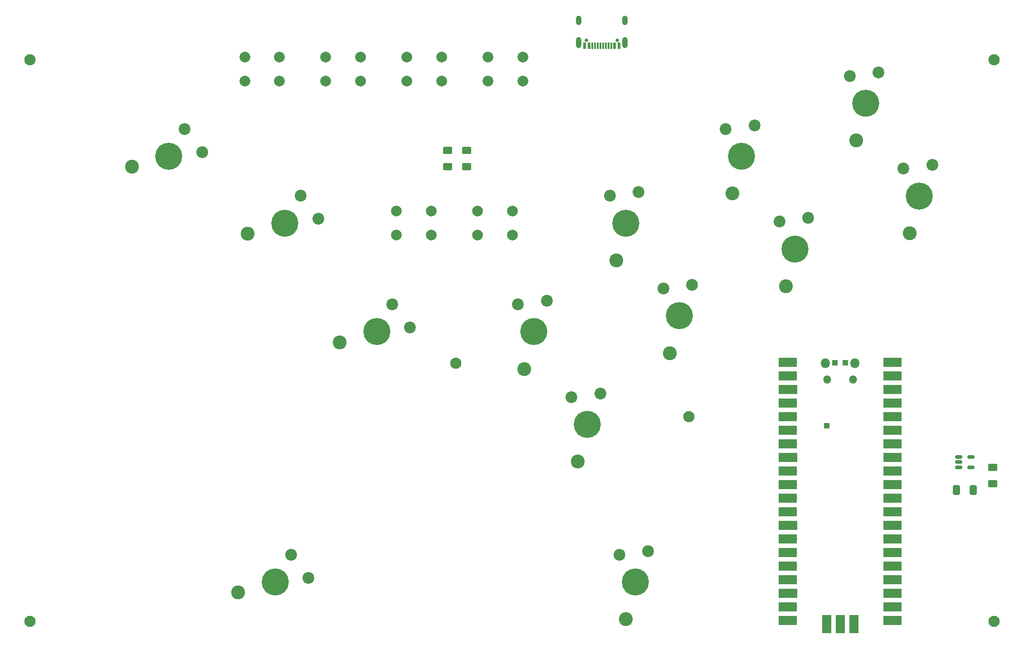
<source format=gts>
%TF.GenerationSoftware,KiCad,Pcbnew,7.0.2*%
%TF.CreationDate,2023-06-18T21:29:01+09:00*%
%TF.ProjectId,mana-board-kicad,6d616e61-2d62-46f6-9172-642d6b696361,rev?*%
%TF.SameCoordinates,Original*%
%TF.FileFunction,Soldermask,Top*%
%TF.FilePolarity,Negative*%
%FSLAX46Y46*%
G04 Gerber Fmt 4.6, Leading zero omitted, Abs format (unit mm)*
G04 Created by KiCad (PCBNEW 7.0.2) date 2023-06-18 21:29:01*
%MOMM*%
%LPD*%
G01*
G04 APERTURE LIST*
G04 Aperture macros list*
%AMRoundRect*
0 Rectangle with rounded corners*
0 $1 Rounding radius*
0 $2 $3 $4 $5 $6 $7 $8 $9 X,Y pos of 4 corners*
0 Add a 4 corners polygon primitive as box body*
4,1,4,$2,$3,$4,$5,$6,$7,$8,$9,$2,$3,0*
0 Add four circle primitives for the rounded corners*
1,1,$1+$1,$2,$3*
1,1,$1+$1,$4,$5*
1,1,$1+$1,$6,$7*
1,1,$1+$1,$8,$9*
0 Add four rect primitives between the rounded corners*
20,1,$1+$1,$2,$3,$4,$5,0*
20,1,$1+$1,$4,$5,$6,$7,0*
20,1,$1+$1,$6,$7,$8,$9,0*
20,1,$1+$1,$8,$9,$2,$3,0*%
G04 Aperture macros list end*
%ADD10C,2.100000*%
%ADD11C,2.600000*%
%ADD12C,5.050000*%
%ADD13C,2.200000*%
%ADD14RoundRect,0.250000X0.412500X0.650000X-0.412500X0.650000X-0.412500X-0.650000X0.412500X-0.650000X0*%
%ADD15RoundRect,0.250000X0.625000X-0.400000X0.625000X0.400000X-0.625000X0.400000X-0.625000X-0.400000X0*%
%ADD16R,1.000000X1.000000*%
%ADD17C,2.000000*%
%ADD18RoundRect,0.250000X-0.625000X0.400000X-0.625000X-0.400000X0.625000X-0.400000X0.625000X0.400000X0*%
%ADD19O,1.800000X1.800000*%
%ADD20O,1.500000X1.500000*%
%ADD21O,1.700000X1.700000*%
%ADD22R,3.500000X1.700000*%
%ADD23R,1.700000X1.700000*%
%ADD24R,1.700000X3.500000*%
%ADD25C,0.650000*%
%ADD26R,0.600000X1.150000*%
%ADD27R,0.300000X1.150000*%
%ADD28O,1.000000X2.100000*%
%ADD29O,1.000000X1.800000*%
%ADD30RoundRect,0.150000X-0.512500X-0.150000X0.512500X-0.150000X0.512500X0.150000X-0.512500X0.150000X0*%
G04 APERTURE END LIST*
D10*
%TO.C,REF\u002A\u002A*%
X145250000Y-99750000D03*
%TD*%
%TO.C,REF\u002A\u002A*%
X188750000Y-109750000D03*
%TD*%
%TO.C,REF\u002A\u002A*%
X65750000Y-148000000D03*
%TD*%
%TO.C,REF\u002A\u002A*%
X245750000Y-148000000D03*
%TD*%
%TO.C,REF\u002A\u002A*%
X245750000Y-43000000D03*
%TD*%
%TO.C,REF\u002A\u002A*%
X65750000Y-43000000D03*
%TD*%
D11*
%TO.C,B1*%
X168042967Y-118156184D03*
D12*
X169798094Y-111196153D03*
D13*
X166848094Y-106086603D03*
X172228221Y-105405256D03*
%TD*%
D14*
%TO.C,C1*%
X241812500Y-123500000D03*
X238687500Y-123500000D03*
%TD*%
D11*
%TO.C,B3*%
X158042968Y-100835677D03*
D12*
X159798095Y-93875646D03*
D13*
X156848095Y-88766096D03*
X162228222Y-88084749D03*
%TD*%
D15*
%TO.C,R4*%
X147250000Y-63050000D03*
X147250000Y-59950000D03*
%TD*%
D16*
%TO.C,TP6*%
X214500000Y-111470000D03*
%TD*%
D17*
%TO.C,S1*%
X136110000Y-42500000D03*
X142610000Y-42500000D03*
X136110000Y-47000000D03*
X142610000Y-47000000D03*
%TD*%
D18*
%TO.C,R6*%
X245500000Y-119200000D03*
X245500000Y-122300000D03*
%TD*%
D17*
%TO.C,S2*%
X151250000Y-42500000D03*
X157750000Y-42500000D03*
X151250000Y-47000000D03*
X157750000Y-47000000D03*
%TD*%
D11*
%TO.C,B4*%
X175193602Y-80541447D03*
D12*
X176948729Y-73581416D03*
D13*
X173998729Y-68471866D03*
X179378856Y-67790519D03*
%TD*%
D19*
%TO.C,U1*%
X214275000Y-99750000D03*
D20*
X214575000Y-102780000D03*
X219425000Y-102780000D03*
D19*
X219725000Y-99750000D03*
D21*
X208110000Y-99620000D03*
D22*
X207210000Y-99620000D03*
D21*
X208110000Y-102160000D03*
D22*
X207210000Y-102160000D03*
D23*
X208110000Y-104700000D03*
D22*
X207210000Y-104700000D03*
D21*
X208110000Y-107240000D03*
D22*
X207210000Y-107240000D03*
D21*
X208110000Y-109780000D03*
D22*
X207210000Y-109780000D03*
D21*
X208110000Y-112320000D03*
D22*
X207210000Y-112320000D03*
D21*
X208110000Y-114860000D03*
D22*
X207210000Y-114860000D03*
D23*
X208110000Y-117400000D03*
D22*
X207210000Y-117400000D03*
D21*
X208110000Y-119940000D03*
D22*
X207210000Y-119940000D03*
D21*
X208110000Y-122480000D03*
D22*
X207210000Y-122480000D03*
D21*
X208110000Y-125020000D03*
D22*
X207210000Y-125020000D03*
D21*
X208110000Y-127560000D03*
D22*
X207210000Y-127560000D03*
D23*
X208110000Y-130100000D03*
D22*
X207210000Y-130100000D03*
D21*
X208110000Y-132640000D03*
D22*
X207210000Y-132640000D03*
D21*
X208110000Y-135180000D03*
D22*
X207210000Y-135180000D03*
D21*
X208110000Y-137720000D03*
D22*
X207210000Y-137720000D03*
D21*
X208110000Y-140260000D03*
D22*
X207210000Y-140260000D03*
D23*
X208110000Y-142800000D03*
D22*
X207210000Y-142800000D03*
D21*
X208110000Y-145340000D03*
D22*
X207210000Y-145340000D03*
D21*
X208110000Y-147880000D03*
D22*
X207210000Y-147880000D03*
D21*
X225890000Y-147880000D03*
D22*
X226790000Y-147880000D03*
D21*
X225890000Y-145340000D03*
D22*
X226790000Y-145340000D03*
D23*
X225890000Y-142800000D03*
D22*
X226790000Y-142800000D03*
D21*
X225890000Y-140260000D03*
D22*
X226790000Y-140260000D03*
D21*
X225890000Y-137720000D03*
D22*
X226790000Y-137720000D03*
D21*
X225890000Y-135180000D03*
D22*
X226790000Y-135180000D03*
D21*
X225890000Y-132640000D03*
D22*
X226790000Y-132640000D03*
D23*
X225890000Y-130100000D03*
D22*
X226790000Y-130100000D03*
D21*
X225890000Y-127560000D03*
D22*
X226790000Y-127560000D03*
D21*
X225890000Y-125020000D03*
D22*
X226790000Y-125020000D03*
D21*
X225890000Y-122480000D03*
D22*
X226790000Y-122480000D03*
D21*
X225890000Y-119940000D03*
D22*
X226790000Y-119940000D03*
D23*
X225890000Y-117400000D03*
D22*
X226790000Y-117400000D03*
D21*
X225890000Y-114860000D03*
D22*
X226790000Y-114860000D03*
D21*
X225890000Y-112320000D03*
D22*
X226790000Y-112320000D03*
D21*
X225890000Y-109780000D03*
D22*
X226790000Y-109780000D03*
D21*
X225890000Y-107240000D03*
D22*
X226790000Y-107240000D03*
D23*
X225890000Y-104700000D03*
D22*
X226790000Y-104700000D03*
D21*
X225890000Y-102160000D03*
D22*
X226790000Y-102160000D03*
D21*
X225890000Y-99620000D03*
D22*
X226790000Y-99620000D03*
D21*
X214460000Y-147650000D03*
D24*
X214460000Y-148550000D03*
D23*
X217000000Y-147650000D03*
D24*
X217000000Y-148550000D03*
D21*
X219540000Y-147650000D03*
D24*
X219540000Y-148550000D03*
%TD*%
D11*
%TO.C,L2*%
X229994873Y-75460031D03*
D12*
X231750000Y-68500000D03*
D13*
X228800000Y-63390450D03*
X234180127Y-62709103D03*
%TD*%
D11*
%TO.C,R2*%
X206844238Y-85361955D03*
D12*
X208599365Y-78401924D03*
D13*
X205649365Y-73292374D03*
X211029492Y-72611027D03*
%TD*%
D11*
%TO.C,UP2*%
X176980968Y-147636677D03*
D12*
X178736095Y-140676646D03*
D13*
X175786095Y-135567096D03*
X181166222Y-134885749D03*
%TD*%
D15*
%TO.C,R5*%
X143750000Y-63050000D03*
X143750000Y-59950000D03*
%TD*%
D11*
%TO.C,LEFT1*%
X84758602Y-63041448D03*
D12*
X91663729Y-61081417D03*
D13*
X94613729Y-55971867D03*
X97893856Y-60290520D03*
%TD*%
D17*
%TO.C,A1*%
X120970000Y-42500000D03*
X127470000Y-42500000D03*
X120970000Y-47000000D03*
X127470000Y-47000000D03*
%TD*%
D11*
%TO.C,R1*%
X196844238Y-68041448D03*
D12*
X198599365Y-61081417D03*
D13*
X195649365Y-55971867D03*
X201029492Y-55290520D03*
%TD*%
D25*
%TO.C,USB1*%
X175390000Y-39355000D03*
X169610000Y-39355000D03*
D26*
X175700000Y-40430000D03*
X174900000Y-40430000D03*
D27*
X173750000Y-40430000D03*
X172750000Y-40430000D03*
X172250000Y-40430000D03*
X171250000Y-40430000D03*
D26*
X170100000Y-40430000D03*
X169300000Y-40430000D03*
X169300000Y-40430000D03*
X170100000Y-40430000D03*
D27*
X170750000Y-40430000D03*
X171750000Y-40430000D03*
X173250000Y-40430000D03*
X174250000Y-40430000D03*
D26*
X174900000Y-40430000D03*
X175700000Y-40430000D03*
D28*
X176820000Y-39855000D03*
D29*
X176820000Y-35675000D03*
D28*
X168180000Y-39855000D03*
D29*
X168180000Y-35675000D03*
%TD*%
D11*
%TO.C,UP1*%
X104622050Y-142636947D03*
D12*
X111527177Y-140676916D03*
D13*
X114477177Y-135567366D03*
X117757304Y-139886019D03*
%TD*%
D17*
%TO.C,R3*%
X149342188Y-71331416D03*
X155842188Y-71331416D03*
X149342188Y-75831416D03*
X155842188Y-75831416D03*
%TD*%
%TO.C,L3*%
X134170903Y-71331416D03*
X140670903Y-71331416D03*
X134170903Y-75831416D03*
X140670903Y-75831416D03*
%TD*%
%TO.C,A2*%
X105830000Y-42500000D03*
X112330000Y-42500000D03*
X105830000Y-47000000D03*
X112330000Y-47000000D03*
%TD*%
D11*
%TO.C,RIGHT1*%
X123559872Y-95835677D03*
D12*
X130464999Y-93875646D03*
D13*
X133414999Y-88766096D03*
X136695126Y-93084749D03*
%TD*%
D16*
%TO.C,TP3*%
X216000000Y-99669999D03*
%TD*%
D30*
%TO.C,U2*%
X239112500Y-117300000D03*
X239112500Y-118250000D03*
X239112500Y-119200000D03*
X241387500Y-119200000D03*
X241387500Y-117300000D03*
%TD*%
D11*
%TO.C,B2*%
X185193602Y-97861955D03*
D12*
X186948729Y-90901924D03*
D13*
X183998729Y-85792374D03*
X189378856Y-85111027D03*
%TD*%
D16*
%TO.C,TP2*%
X218000001Y-99669998D03*
%TD*%
D11*
%TO.C,DOWN1*%
X106409237Y-75541447D03*
D12*
X113314364Y-73581416D03*
D13*
X116264364Y-68471866D03*
X119544491Y-72790519D03*
%TD*%
D11*
%TO.C,L1*%
X219994873Y-58139523D03*
D12*
X221750000Y-51179492D03*
D13*
X218800000Y-46069942D03*
X224180127Y-45388595D03*
%TD*%
M02*

</source>
